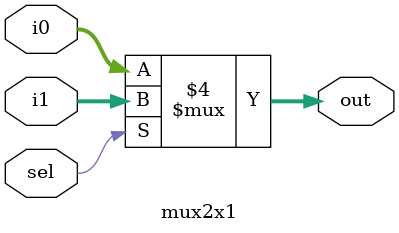
<source format=v>
(* DONT_TOUCH = "TRUE" *) module mux2x1 #(
	parameter XLEN = 32
) 
(
	input  wire [XLEN-1:0] i0,
	input  wire [XLEN-1:0] i1,
	input  wire            sel,
	output reg  [XLEN-1:0] out
);

always @(*) begin
	if (!sel) begin
		out = i0;
	end
	else begin
		out = i1;
	end
end

endmodule
</source>
